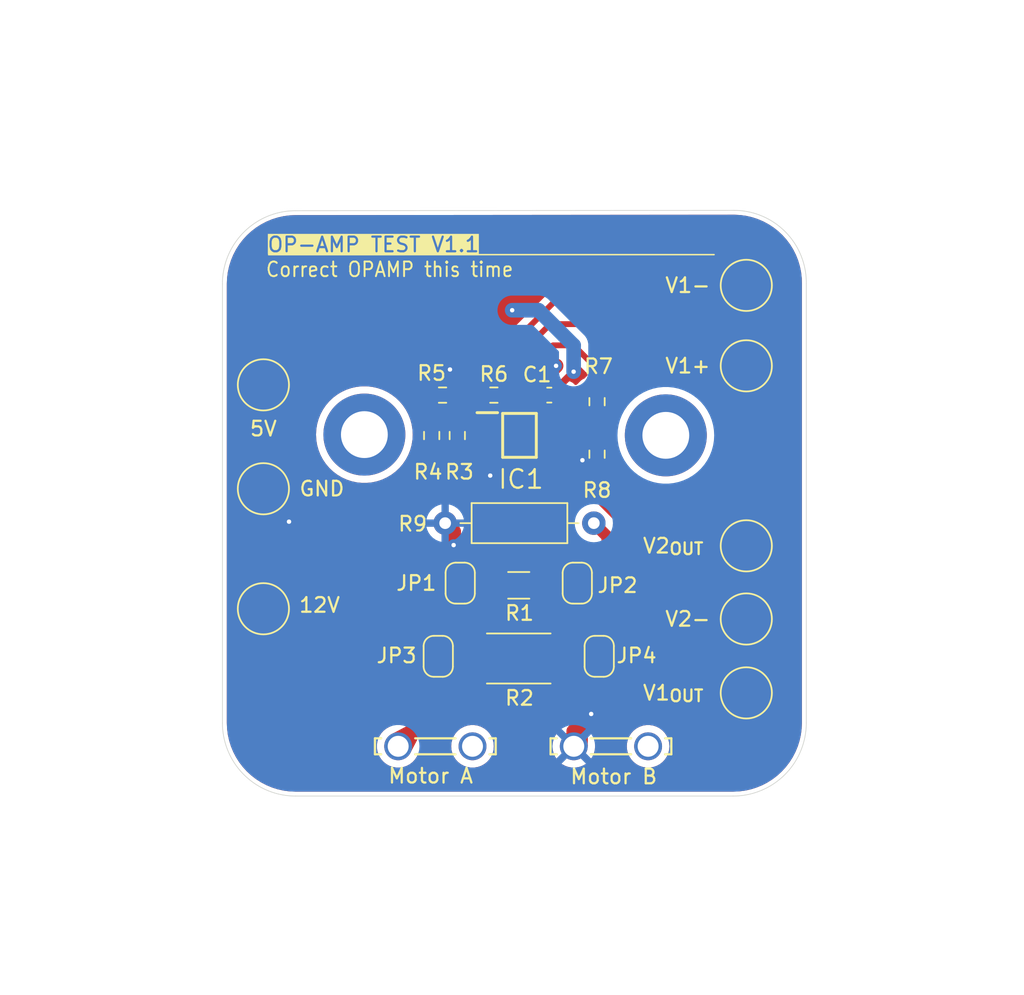
<source format=kicad_pcb>
(kicad_pcb (version 20240108) (generator "pcbnew") (generator_version "8.0")
  (layers (0 "F.Cu" signal) (31 "B.Cu" power) (34 "B.Paste" user) (35 "F.Paste" user) (36 "B.SilkS" user "B.Silkscreen") (37 "F.SilkS" user "F.Silkscreen") (38 "B.Mask" user) (39 "F.Mask" user) (44 "Edge.Cuts" user))
  (net 0 "")
  (net 1 "/V1+")
  (net 2 "/V1-")
  (net 3 "/V1_{OUT}")
  (net 4 "GND")
  (net 5 "/MOTOR_{IN}")
  (net 6 "/V2_{OUT}")
  (net 7 "/V2-")
  (net 8 "/+5V")
  (net 9 "/+12V")
  (net 12 "Net-(JP1-A)")
  (net 13 "Net-(JP2-B)")
  (net 14 "Net-(JP3-A)")
  (footprint "Resistor_SMD:R_0603_1608Metric_Pad0.98x0.95mm_HandSolder" (layer "F.Cu") (at 159.5 75.763224 90)
    (property "Reference" "R4" (at -2.486776 -0.25 0) (layer "F.SilkS") (effects (font (thickness 0.153))))
    (property "Value" "10k")
    (fp_line (start -0.254724 -0.5225) (end 0.254724 -0.5225) (stroke (width 0.12)) (layer "F.SilkS"))
    (fp_line (start -0.254724 0.5225) (end 0.254724 0.5225) (stroke (width 0.12)) (layer "F.SilkS"))
    (pad "1" smd roundrect (at -0.9125 0 90) (size 0.975 0.95) (layers "F.Cu" "F.Paste" "F.Mask") (net 9 "/+12V"))
    (pad "2" smd roundrect (at 0.9125 0 90) (size 0.975 0.95) (layers "F.Cu" "F.Paste" "F.Mask") (net 1 "/V1+"))
  )
  (footprint "Resistor_SMD:R_0603_1608Metric_Pad0.98x0.95mm_HandSolder" (layer "F.Cu") (at 170.8 77.0375 -90)
    (property "Reference" "R8" (at 2.4625 0 180) (layer "F.SilkS") (effects (font (thickness 0.153))))
    (property "Value" "10k")
    (fp_line (start -0.254724 0.5225) (end 0.254724 0.5225) (stroke (width 0.12)) (layer "F.SilkS"))
    (fp_line (start -0.254724 -0.5225) (end 0.254724 -0.5225) (stroke (width 0.12)) (layer "F.SilkS"))
    (pad "1" smd roundrect (at -0.9125 0 270) (size 0.975 0.95) (layers "F.Cu" "F.Paste" "F.Mask") (net 7 "/V2-"))
    (pad "2" smd roundrect (at 0.9125 0 270) (size 0.975 0.95) (layers "F.Cu" "F.Paste" "F.Mask") (net 4 "GND"))
  )
  (footprint "Jumper:SolderJumper-2_P1.3mm_Open_RoundedPad1.0x1.5mm" (layer "F.Cu") (at 170.95 90.85 90)
    (property "Reference" "JP4" (at 0.05 2.55 0) (layer "F.SilkS") (effects (font (thickness 0.153))))
    (property "Value" "SolderJumper_2_Open")
    (fp_line (start -0.7 -1) (end 0.7 -1) (stroke (width 0.12)) (layer "F.SilkS"))
    (fp_line (start 1.4 -0.3) (end 1.4 0.3) (stroke (width 0.12)) (layer "F.SilkS"))
    (fp_line (start -1.4 0.3) (end -1.4 -0.3) (stroke (width 0.12)) (layer "F.SilkS"))
    (fp_line (start 0.7 1) (end -0.7 1) (stroke (width 0.12)) (layer "F.SilkS"))
    (fp_arc (start 0.7 -1) (mid 1.194975 -0.794975) (end 1.4 -0.3) (stroke (width 0.12)) (layer "F.SilkS"))
    (fp_arc (start -1.4 -0.3) (mid -1.194975 -0.794975) (end -0.7 -1) (stroke (width 0.12)) (layer "F.SilkS"))
    (fp_arc (start 1.4 0.3) (mid 1.194975 0.794975) (end 0.7 1) (stroke (width 0.12)) (layer "F.SilkS"))
    (fp_arc (start -0.7 1) (mid -1.194975 0.794975) (end -1.4 0.3) (stroke (width 0.12)) (layer "F.SilkS"))
    (pad "1" smd custom (at -0.65 0 90) (size 1 0.5) (layers "F.Cu" "F.Mask") (net 5 "/MOTOR_{IN}") (options (clearance outline) (anchor rect)) (primitives (gr_circle (center 0 0.25) (end 0.5 0.25) (width 0) (fill yes)) (gr_circle (center 0 -0.25) (end 0.5 -0.25) (width 0) (fill yes)) (gr_poly (pts (xy 0.5 0.75) (xy 0 0.75) (xy 0 -0.75) (xy 0.5 -0.75)) (width 0) (fill yes))))
    (pad "2" smd custom (at 0.65 0 90) (size 1 0.5) (layers "F.Cu" "F.Mask") (net 13 "Net-(JP2-B)") (options (clearance outline) (anchor rect)) (primitives (gr_circle (center 0 0.25) (end 0.5 0.25) (width 0) (fill yes)) (gr_circle (center 0 -0.25) (end 0.5 -0.25) (width 0) (fill yes)) (gr_poly (pts (xy 0 0.75) (xy -0.5 0.75) (xy -0.5 -0.75) (xy 0 -0.75)) (width 0) (fill yes))))
  )
  (footprint "TestPoint:TestPoint_Pad_D3.0mm" (layer "F.Cu") (at 181 65.5)
    (property "Reference" "TP3" (hide yes))
    (property "Value" "V1-" (at -4 0 0) (layer "F.SilkS") (effects (font (thickness 0.153))))
    (fp_circle (center 0 0) (end 0 1.75) (stroke (width 0.12)) (fill none) (layer "F.SilkS"))
    (pad "1" smd circle (at 0 0) (size 3 3) (layers "F.Cu" "F.Mask") (net 2 "/V1-"))
  )
  (footprint "Jumper:SolderJumper-2_P1.3mm_Open_RoundedPad1.0x1.5mm" (layer "F.Cu") (at 161.45 85.85 90)
    (property "Reference" "JP1" (at 0 -3 0) (layer "F.SilkS") (effects (font (thickness 0.153))))
    (property "Value" "SolderJumper_2_Open")
    (fp_line (start -0.7 -1) (end 0.7 -1) (stroke (width 0.12)) (layer "F.SilkS"))
    (fp_line (start 1.4 -0.3) (end 1.4 0.3) (stroke (width 0.12)) (layer "F.SilkS"))
    (fp_line (start -1.4 0.3) (end -1.4 -0.3) (stroke (width 0.12)) (layer "F.SilkS"))
    (fp_line (start 0.7 1) (end -0.7 1) (stroke (width 0.12)) (layer "F.SilkS"))
    (fp_arc (start 0.7 -1) (mid 1.194975 -0.794975) (end 1.4 -0.3) (stroke (width 0.12)) (layer "F.SilkS"))
    (fp_arc (start -1.4 -0.3) (mid -1.194975 -0.794975) (end -0.7 -1) (stroke (width 0.12)) (layer "F.SilkS"))
    (fp_arc (start 1.4 0.3) (mid 1.194975 0.794975) (end 0.7 1) (stroke (width 0.12)) (layer "F.SilkS"))
    (fp_arc (start -0.7 1) (mid -1.194975 0.794975) (end -1.4 0.3) (stroke (width 0.12)) (layer "F.SilkS"))
    (pad "1" smd custom (at -0.65 0 90) (size 1 0.5) (layers "F.Cu" "F.Mask") (net 12 "Net-(JP1-A)") (options (clearance outline) (anchor rect)) (primitives (gr_circle (center 0 0.25) (end 0.5 0.25) (width 0) (fill yes)) (gr_circle (center 0 -0.25) (end 0.5 -0.25) (width 0) (fill yes)) (gr_poly (pts (xy 0.5 0.75) (xy 0 0.75) (xy 0 -0.75) (xy 0.5 -0.75)) (width 0) (fill yes))))
    (pad "2" smd custom (at 0.65 0 90) (size 1 0.5) (layers "F.Cu" "F.Mask") (net 9 "/+12V") (options (clearance outline) (anchor rect)) (primitives (gr_circle (center 0 0.25) (end 0.5 0.25) (width 0) (fill yes)) (gr_circle (center 0 -0.25) (end 0.5 -0.25) (width 0) (fill yes)) (gr_poly (pts (xy 0 0.75) (xy -0.5 0.75) (xy -0.5 -0.75) (xy 0 -0.75)) (width 0) (fill yes))))
  )
  (footprint "Resistor_THT:R_Axial_DIN0207_L6.3mm_D2.5mm_P10.16mm_Horizontal" (layer "F.Cu") (at 170.58 81.75 180)
    (property "Reference" "R9" (at 12.38 -0.05 180) (layer "F.SilkS") (effects (font (thickness 0.153))))
    (property "Value" "R")
    (fp_line (start 9.12 0) (end 8.35 0) (stroke (width 0.12)) (layer "F.SilkS"))
    (fp_line (start 8.35 1.37) (end 8.35 -1.37) (stroke (width 0.12)) (layer "F.SilkS"))
    (fp_line (start 8.35 -1.37) (end 1.81 -1.37) (stroke (width 0.12)) (layer "F.SilkS"))
    (fp_line (start 1.81 1.37) (end 8.35 1.37) (stroke (width 0.12)) (layer "F.SilkS"))
    (fp_line (start 1.81 -1.37) (end 1.81 1.37) (stroke (width 0.12)) (layer "F.SilkS"))
    (fp_line (start 1.04 0) (end 1.81 0) (stroke (width 0.12)) (layer "F.SilkS"))
    (pad "1" thru_hole circle (at 0 0 180) (size 1.6 1.6) (drill 0.8) (layers "*.Cu" "*.Mask") (net 5 "/MOTOR_{IN}"))
    (pad "2" thru_hole oval (at 10.16 0 180) (size 1.6 1.6) (drill 0.8) (layers "*.Cu" "*.Mask") (net 4 "GND"))
  )
  (footprint "MountingHole:MountingHole_3.2mm_M3_DIN965_Pad" (layer "F.Cu") (at 154.9 75.7)
    (property "Reference" "H1" (hide yes))
    (property "Value" "MountingHole_Pad" (hide yes))
    (pad "1" thru_hole circle (at 0 0) (size 5.6 5.6) (drill 3.2) (layers "*.Cu" "*.Mask"))
  )
  (footprint "CustomLibrary:CONN_726386-2_TEC" (layer "F.Cu") (at 169.21 97)
    (property "Reference" "J2" (hide yes))
    (property "Value" "Motor B" (at 2.73 2.07 0) (layer "F.SilkS") (effects (font (thickness 0.153))))
    (fp_circle (center 5.1 0) (end 5.481 0) (stroke (width 0.508)) (fill none) (layer "B.SilkS"))
    (fp_line (start -1.5875 -0.5461) (end -1.5875 0.5461) (stroke (width 0.1524)) (layer "F.SilkS"))
    (fp_line (start -1.5875 0.5461) (end -1.16345 0.5461) (stroke (width 0.1524)) (layer "F.SilkS"))
    (fp_line (start -1.16345 -0.5461) (end -1.5875 -0.5461) (stroke (width 0.1524)) (layer "F.SilkS"))
    (fp_line (start 1.16345 0.5461) (end 3.91655 0.5461) (stroke (width 0.1524)) (layer "F.SilkS"))
    (fp_line (start 3.91655 -0.5461) (end 1.16345 -0.5461) (stroke (width 0.1524)) (layer "F.SilkS"))
    (fp_line (start 6.24345 0.5461) (end 6.6675 0.5461) (stroke (width 0.1524)) (layer "F.SilkS"))
    (fp_line (start 6.6675 -0.5461) (end 6.24345 -0.5461) (stroke (width 0.1524)) (layer "F.SilkS"))
    (fp_line (start 6.6675 0.5461) (end 6.6675 -0.5461) (stroke (width 0.1524)) (layer "F.SilkS"))
    (fp_circle (center 0 0) (end 0.381 0) (stroke (width 0.508)) (fill none) (layer "F.SilkS"))
    (pad "1" thru_hole circle (at 0 0) (size 1.905 1.905) (drill 1.43) (layers "*.Cu" "*.Mask") (net 4 "GND"))
    (pad "2" thru_hole circle (at 5.08 0) (size 1.905 1.905) (drill 1.43) (layers "*.Cu" "*.Mask"))
  )
  (footprint "Resistor_SMD:R_0603_1608Metric_Pad0.98x0.95mm_HandSolder" (layer "F.Cu") (at 160.242713 73 180)
    (property "Reference" "R5" (at 0.75 1.5 0) (layer "F.SilkS") (effects (font (thickness 0.153))))
    (property "Value" "100k")
    (fp_line (start -0.254724 0.5225) (end 0.254724 0.5225) (stroke (width 0.12)) (layer "F.SilkS"))
    (fp_line (start -0.254724 -0.5225) (end 0.254724 -0.5225) (stroke (width 0.12)) (layer "F.SilkS"))
    (pad "1" smd roundrect (at -0.9125 0 180) (size 0.975 0.95) (layers "F.Cu" "F.Paste" "F.Mask") (net 4 "GND"))
    (pad "2" smd roundrect (at 0.9125 0 180) (size 0.975 0.95) (layers "F.Cu" "F.Paste" "F.Mask") (net 1 "/V1+"))
  )
  (footprint "Capacitor_SMD:C_0603_1608Metric_Pad1.08x0.95mm_HandSolder" (layer "F.Cu") (at 167.5375 73 180)
    (property "Reference" "C1" (at 0.8375 1.4 180) (layer "F.SilkS") (effects (font (thickness 0.153))))
    (property "Value" "0.1uF")
    (fp_line (start -0.146267 0.51) (end 0.146267 0.51) (stroke (width 0.12)) (layer "F.SilkS"))
    (fp_line (start -0.146267 -0.51) (end 0.146267 -0.51) (stroke (width 0.12)) (layer "F.SilkS"))
    (pad "1" smd roundrect (at -0.8625 0 180) (size 1.075 0.95) (layers "F.Cu" "F.Paste" "F.Mask") (net 8 "/+5V"))
    (pad "2" smd roundrect (at 0.8625 0 180) (size 1.075 0.95) (layers "F.Cu" "F.Paste" "F.Mask") (net 4 "GND"))
  )
  (footprint "Resistor_SMD:R_0603_1608Metric_Pad0.98x0.95mm_HandSolder" (layer "F.Cu") (at 163.75 73)
    (property "Reference" "R6" (at 0 -1.43 0) (layer "F.SilkS") (effects (font (thickness 0.153))))
    (property "Value" "100k")
    (fp_line (start -0.254724 -0.5225) (end 0.254724 -0.5225) (stroke (width 0.12)) (layer "F.SilkS"))
    (fp_line (start -0.254724 0.5225) (end 0.254724 0.5225) (stroke (width 0.12)) (layer "F.SilkS"))
    (pad "1" smd roundrect (at -0.9125 0) (size 0.975 0.95) (layers "F.Cu" "F.Paste" "F.Mask") (net 2 "/V1-"))
    (pad "2" smd roundrect (at 0.9125 0) (size 0.975 0.95) (layers "F.Cu" "F.Paste" "F.Mask") (net 3 "/V1_{OUT}"))
  )
  (footprint "TestPoint:TestPoint_Pad_D3.0mm" (layer "F.Cu") (at 148 87.6)
    (property "Reference" "TP10" (hide yes))
    (property "Value" "12V" (at 3.84 -0.251297 0) (layer "F.SilkS") (effects (font (thickness 0.153))))
    (fp_circle (center 0 0) (end 0 1.75) (stroke (width 0.12)) (fill none) (layer "F.SilkS"))
    (pad "1" smd circle (at 0 0) (size 3 3) (layers "F.Cu" "F.Mask") (net 9 "/+12V"))
  )
  (footprint "MountingHole:MountingHole_3.2mm_M3_DIN965_Pad" (layer "F.Cu") (at 175.5 75.75)
    (property "Reference" "H2" (hide yes))
    (property "Value" "MountingHole_Pad" (hide yes))
    (pad "1" thru_hole circle (at 0 0) (size 5.6 5.6) (drill 3.2) (layers "*.Cu" "*.Mask"))
  )
  (footprint "Resistor_SMD:R_0603_1608Metric_Pad0.98x0.95mm_HandSolder" (layer "F.Cu") (at 161.25 75.763224 90)
    (property "Reference" "R3" (at -2.486776 0.143454 0) (layer "F.SilkS") (effects (font (thickness 0.153))))
    (property "Value" "10k")
    (fp_line (start -0.254724 -0.5225) (end 0.254724 -0.5225) (stroke (width 0.12)) (layer "F.SilkS"))
    (fp_line (start -0.254724 0.5225) (end 0.254724 0.5225) (stroke (width 0.12)) (layer "F.SilkS"))
    (pad "1" smd roundrect (at -0.9125 0 90) (size 0.975 0.95) (layers "F.Cu" "F.Paste" "F.Mask") (net 13 "Net-(JP2-B)"))
    (pad "2" smd roundrect (at 0.9125 0 90) (size 0.975 0.95) (layers "F.Cu" "F.Paste" "F.Mask") (net 2 "/V1-"))
  )
  (footprint "CustomLibrary:CONN_726386-2_TEC" (layer "F.Cu") (at 157.21 97)
    (property "Reference" "J1" (hide yes))
    (property "Value" "Motor A" (at 2.22 2.02 0) (layer "F.SilkS") (effects (font (thickness 0.153))))
    (fp_circle (center 5.1 0) (end 5.481 0) (stroke (width 0.508)) (fill none) (layer "B.SilkS"))
    (fp_line (start -1.5875 -0.5461) (end -1.5875 0.5461) (stroke (width 0.1524)) (layer "F.SilkS"))
    (fp_line (start -1.5875 0.5461) (end -1.16345 0.5461) (stroke (width 0.1524)) (layer "F.SilkS"))
    (fp_line (start -1.16345 -0.5461) (end -1.5875 -0.5461) (stroke (width 0.1524)) (layer "F.SilkS"))
    (fp_line (start 1.16345 0.5461) (end 3.91655 0.5461) (stroke (width 0.1524)) (layer "F.SilkS"))
    (fp_line (start 3.91655 -0.5461) (end 1.16345 -0.5461) (stroke (width 0.1524)) (layer "F.SilkS"))
    (fp_line (start 6.24345 0.5461) (end 6.6675 0.5461) (stroke (width 0.1524)) (layer "F.SilkS"))
    (fp_line (start 6.6675 -0.5461) (end 6.24345 -0.5461) (stroke (width 0.1524)) (layer "F.SilkS"))
    (fp_line (start 6.6675 0.5461) (end 6.6675 -0.5461) (stroke (width 0.1524)) (layer "F.SilkS"))
    (fp_circle (center 0 0) (end 0.381 0) (stroke (width 0.508)) (fill none) (layer "F.SilkS"))
    (pad "1" thru_hole circle (at 0 0) (size 1.905 1.905) (drill 1.43) (layers "*.Cu" "*.Mask") (net 5 "/MOTOR_{IN}"))
    (pad "2" thru_hole circle (at 5.08 0) (size 1.905 1.905) (drill 1.43) (layers "*.Cu" "*.Mask"))
  )
  (footprint "TestPoint:TestPoint_Pad_D3.0mm" (layer "F.Cu") (at 148 72.3)
    (property "Reference" "TP9" (hide yes))
    (property "Value" "5V" (at 0 3 0) (layer "F.SilkS") (effects (font (thickness 0.153))))
    (fp_circle (center 0 0) (end 0 1.75) (stroke (width 0.12)) (fill none) (layer "F.SilkS"))
    (pad "1" smd circle (at 0 0) (size 3 3) (layers "F.Cu" "F.Mask") (net 8 "/+5V"))
  )
  (footprint "CustomLibrary:SOP65P490X110-8N" (layer "F.Cu") (at 165.5 75.75)
    (property "Reference" "IC1" (at 0.1 3 0) (layer "F.SilkS") (effects (font (size 1.27 1.27) (thickness 0.153))))
    (property "Value" "INA2180A2QDGKRQ1" (hide yes))
    (fp_line (start -2.9 -1.55) (end -1.5 -1.55) (stroke (width 0.2)) (layer "F.SilkS"))
    (fp_line (start -1.15 -1.5) (end 1.15 -1.5) (stroke (width 0.2)) (layer "F.SilkS"))
    (fp_line (start -1.15 1.5) (end -1.15 -1.5) (stroke (width 0.2)) (layer "F.SilkS"))
    (fp_line (start 1.15 -1.5) (end 1.15 1.5) (stroke (width 0.2)) (layer "F.SilkS"))
    (fp_line (start 1.15 1.5) (end -1.15 1.5) (stroke (width 0.2)) (layer "F.SilkS"))
    (pad "1" smd rect (at -2.2 -0.975 90) (size 0.45 1.4) (layers "F.Cu" "F.Paste" "F.Mask") (net 3 "/V1_{OUT}"))
    (pad "2" smd rect (at -2.2 -0.325 90) (size 0.45 1.4) (layers "F.Cu" "F.Paste" "F.Mask") (net 2 "/V1-"))
    (pad "3" smd rect (at -2.2 0.325 90) (size 0.45 1.4) (layers "F.Cu" "F.Paste" "F.Mask") (net 1 "/V1+"))
    (pad "4" smd rect (at -2.2 0.975 90) (size 0.45 1.4) (layers "F.Cu" "F.Paste" "F.Mask") (net 4 "GND"))
    (pad "5" smd rect (at 2.2 0.975 90) (size 0.45 1.4) (layers "F.Cu" "F.Paste" "F.Mask") (net 3 "/V1_{OUT}"))
    (pad "6" smd rect (at 2.2 0.325 90) (size 0.45 1.4) (layers "F.Cu" "F.Paste" "F.Mask") (net 7 "/V2-"))
    (pad "7" smd rect (at 2.2 -0.325 90) (size 0.45 1.4) (layers "F.Cu" "F.Paste" "F.Mask") (net 6 "/V2_{OUT}"))
    (pad "8" smd rect (at 2.2 -0.975 90) (size 0.45 1.4) (layers "F.Cu" "F.Paste" "F.Mask") (net 8 "/+5V"))
  )
  (footprint "Resistor_SMD:R_0603_1608Metric_Pad0.98x0.95mm_HandSolder" (layer "F.Cu") (at 170.8 73.45 -90)
    (property "Reference" "R7" (at -2.4125 -0.1 180) (layer "F.SilkS") (effects (font (thickness 0.153))))
    (property "Value" "100k")
    (fp_line (start -0.254724 0.5225) (end 0.254724 0.5225) (stroke (width 0.12)) (layer "F.SilkS"))
    (fp_line (start -0.254724 -0.5225) (end 0.254724 -0.5225) (stroke (width 0.12)) (layer "F.SilkS"))
    (pad "1" smd roundrect (at -0.9125 0 270) (size 0.975 0.95) (layers "F.Cu" "F.Paste" "F.Mask") (net 6 "/V2_{OUT}"))
    (pad "2" smd roundrect (at 0.9125 0 270) (size 0.975 0.95) (layers "F.Cu" "F.Paste" "F.Mask") (net 7 "/V2-"))
  )
  (footprint "TestPoint:TestPoint_Pad_D3.0mm" (layer "F.Cu") (at 148 79.4)
    (property "Reference" "TP11" (hide yes))
    (property "Value" "GND" (at 4 0 0) (layer "F.SilkS") (effects (font (thickness 0.153))))
    (fp_circle (center 0 0) (end 0 1.75) (stroke (width 0.12)) (fill none) (layer "F.SilkS"))
    (pad "1" smd circle (at 0 0) (size 3 3) (layers "F.Cu" "F.Mask") (net 4 "GND"))
  )
  (footprint "Jumper:SolderJumper-2_P1.3mm_Open_RoundedPad1.0x1.5mm" (layer "F.Cu") (at 169.45 85.85 90)
    (property "Reference" "JP2" (at -0.15 2.75 0) (layer "F.SilkS") (effects (font (thickness 0.153))))
    (property "Value" "SolderJumper_2_Open")
    (fp_line (start -0.7 -1) (end 0.7 -1) (stroke (width 0.12)) (layer "F.SilkS"))
    (fp_line (start 1.4 -0.3) (end 1.4 0.3) (stroke (width 0.12)) (layer "F.SilkS"))
    (fp_line (start -1.4 0.3) (end -1.4 -0.3) (stroke (width 0.12)) (layer "F.SilkS"))
    (fp_line (start 0.7 1) (end -0.7 1) (stroke (width 0.12)) (layer "F.SilkS"))
    (fp_arc (start 0.7 -1) (mid 1.194975 -0.794975) (end 1.4 -0.3) (stroke (width 0.12)) (layer "F.SilkS"))
    (fp_arc (start -1.4 -0.3) (mid -1.194975 -0.794975) (end -0.7 -1) (stroke (width 0.12)) (layer "F.SilkS"))
    (fp_arc (start 1.4 0.3) (mid 1.194975 0.794975) (end 0.7 1) (stroke (width 0.12)) (layer "F.SilkS"))
    (fp_arc (start -0.7 1) (mid -1.194975 0.794975) (end -1.4 0.3) (stroke (width 0.12)) (layer "F.SilkS"))
    (pad "1" smd custom (at -0.65 0 90) (size 1 0.5) (layers "F.Cu" "F.Mask") (net 5 "/MOTOR_{IN}") (options (clearance outline) (anchor rect)) (primitives (gr_circle (center 0 0.25) (end 0.5 0.25) (width 0) (fill yes)) (gr_circle (center 0 -0.25) (end 0.5 -0.25) (width 0) (fill yes)) (gr_poly (pts (xy 0.5 0.75) (xy 0 0.75) (xy 0 -0.75) (xy 0.5 -0.75)) (width 0) (fill yes))))
    (pad "2" smd custom (at 0.65 0 90) (size 1 0.5) (layers "F.Cu" "F.Mask") (net 13 "Net-(JP2-B)") (options (clearance outline) (anchor rect)) (primitives (gr_circle (center 0 0.25) (end 0.5 0.25) (width 0) (fill yes)) (gr_circle (center 0 -0.25) (end 0.5 -0.25) (width 0) (fill yes)) (gr_poly (pts (xy 0 0.75) (xy -0.5 0.75) (xy -0.5 -0.75) (xy 0 -0.75)) (width 0) (fill yes))))
  )
  (footprint "TestPoint:TestPoint_Pad_D3.0mm" (layer "F.Cu") (at 181 71)
    (property "Reference" "TP4" (hide yes))
    (property "Value" "V1+" (at -4 0 0) (layer "F.SilkS") (effects (font (thickness 0.153))))
    (fp_circle (center 0 0) (end 0 1.75) (stroke (width 0.12)) (fill none) (layer "F.SilkS"))
    (pad "1" smd circle (at 0 0) (size 3 3) (layers "F.Cu" "F.Mask") (net 1 "/V1+"))
  )
  (footprint "TestPoint:TestPoint_Pad_D3.0mm" (layer "F.Cu") (at 181 93.35)
    (property "Reference" "TP5" (hide yes))
    (property "Value" "V1_{OUT}" (at -5 0 0) (layer "F.SilkS") (effects (font (thickness 0.153))))
    (fp_circle (center 0 0) (end 0 1.75) (stroke (width 0.12)) (fill none) (layer "F.SilkS"))
    (pad "1" smd circle (at 0 0) (size 3 3) (layers "F.Cu" "F.Mask") (net 3 "/V1_{OUT}"))
  )
  (footprint "TestPoint:TestPoint_Pad_D3.0mm" (layer "F.Cu") (at 181 83.3)
    (property "Reference" "TP8" (hide yes))
    (property "Value" "V2_{OUT}" (at -5 0 0) (layer "F.SilkS") (effects (font (thickness 0.153))))
    (fp_circle (center 0 0) (end 0 1.75) (stroke (width 0.12)) (fill none) (layer "F.SilkS"))
    (pad "1" smd circle (at 0 0) (size 3 3) (layers "F.Cu" "F.Mask") (net 6 "/V2_{OUT}"))
  )
  (footprint "Resistor_SMD:R_2512_6332Metric_Pad1.40x3.35mm_HandSolder" (layer "F.Cu") (at 165.45 91 180)
    (property "Reference" "R2" (at -0.05 -2.7 180) (layer "F.SilkS") (effects (font (thickness 0.153))))
    (property "Value" "1m")
    (fp_line (start -2.177064 1.71) (end 2.177064 1.71) (stroke (width 0.12)) (layer "F.SilkS"))
    (fp_line (start -2.177064 -1.71) (end 2.177064 -1.71) (stroke (width 0.12)) (layer "F.SilkS"))
    (pad "1" smd roundrect (at -3.05 0 180) (size 1.4 3.35) (layers "F.Cu" "F.Paste" "F.Mask") (roundrect_rratio 0.178571) (net 13 "Net-(JP2-B)"))
    (pad "2" smd roundrect (at 3.05 0 180) (size 1.4 3.35) (layers "F.Cu" "F.Paste" "F.Mask") (roundrect_rratio 0.178571) (net 14 "Net-(JP3-A)"))
  )
  (footprint "Resistor_SMD:R_1206_3216Metric_Pad1.30x1.75mm_HandSolder" (layer "F.Cu") (at 165.45 86 180)
    (property "Reference" "R1" (at -0.05 -1.9 180) (layer "F.SilkS") (effects (font (thickness 0.153))))
    (property "Value" "10m")
    (fp_line (start -0.727064 0.91) (end 0.727064 0.91) (stroke (width 0.12)) (layer "F.SilkS"))
    (fp_line (start -0.727064 -0.91) (end 0.727064 -0.91) (stroke (width 0.12)) (layer "F.SilkS"))
    (pad "1" smd roundrect (at -1.55 0 180) (size 1.3 1.75) (layers "F.Cu" "F.Paste" "F.Mask") (roundrect_rratio 0.192308) (net 13 "Net-(JP2-B)"))
    (pad "2" smd roundrect (at 1.55 0 180) (size 1.3 1.75) (layers "F.Cu" "F.Paste" "F.Mask") (roundrect_rratio 0.192308) (net 12 "Net-(JP1-A)"))
  )
  (footprint "Jumper:SolderJumper-2_P1.3mm_Open_RoundedPad1.0x1.5mm" (layer "F.Cu") (at 159.95 90.85 90)
    (property "Reference" "JP3" (at 0.05 -2.85 0) (layer "F.SilkS") (effects (font (thickness 0.153))))
    (property "Value" "SolderJumper_2_Open")
    (fp_line (start -0.7 -1) (end 0.7 -1) (stroke (width 0.12)) (layer "F.SilkS"))
    (fp_line (start 1.4 -0.3) (end 1.4 0.3) (stroke (width 0.12)) (layer "F.SilkS"))
    (fp_line (start -1.4 0.3) (end -1.4 -0.3) (stroke (width 0.12)) (layer "F.SilkS"))
    (fp_line (start 0.7 1) (end -0.7 1) (stroke (width 0.12)) (layer "F.SilkS"))
    (fp_arc (start 0.7 -1) (mid 1.194975 -0.794975) (end 1.4 -0.3) (stroke (width 0.12)) (layer "F.SilkS"))
    (fp_arc (start -1.4 -0.3) (mid -1.194975 -0.794975) (end -0.7 -1) (stroke (width 0.12)) (layer "F.SilkS"))
    (fp_arc (start 1.4 0.3) (mid 1.194975 0.794975) (end 0.7 1) (stroke (width 0.12)) (layer "F.SilkS"))
    (fp_arc (start -0.7 1) (mid -1.194975 0.794975) (end -1.4 0.3) (stroke (width 0.12)) (layer "F.SilkS"))
    (pad "1" smd custom (at -0.65 0 90) (size 1 0.5) (layers "F.Cu" "F.Mask") (net 14 "Net-(JP3-A)") (options (clearance outline) (anchor rect)) (primitives (gr_circle (center 0 0.25) (end 0.5 0.25) (width 0) (fill yes)) (gr_circle (center 0 -0.25) (end 0.5 -0.25) (width 0) (fill yes)) (gr_poly (pts (xy 0.5 0.75) (xy 0 0.75) (xy 0 -0.75) (xy 0.5 -0.75)) (width 0) (fill yes))))
    (pad "2" smd custom (at 0.65 0 90) (size 1 0.5) (layers "F.Cu" "F.Mask") (net 9 "/+12V") (options (clearance outline) (anchor rect)) (primitives (gr_circle (center 0 0.25) (end 0.5 0.25) (width 0) (fill yes)) (gr_circle (center 0 -0.25) (end 0.5 -0.25) (width 0) (fill yes)) (gr_poly (pts (xy 0 0.75) (xy -0.5 0.75) (xy -0.5 -0.75) (xy 0 -0.75)) (width 0) (fill yes))))
  )
  (footprint "TestPoint:TestPoint_Pad_D3.0mm" (layer "F.Cu") (at 181 88.3)
    (property "Reference" "TP6" (hide yes))
    (property "Value" "V2-" (at -4 0 0) (layer "F.SilkS") (effects (font (thickness 0.153))))
    (fp_circle (center 0 0) (end 0 1.75) (stroke (width 0.12)) (fill none) (layer "F.SilkS"))
    (pad "1" smd circle (at 0 0) (size 3 3) (layers "F.Cu" "F.Mask") (net 7 "/V2-"))
  )
  (gr_line (start 178.8 63.4) (end 148.355666 63.402909) (stroke (width 0.1)) (layer "F.SilkS"))
  (gr_line (start 185.1 95.4) (end 185.1 65.4) (stroke (width 0.05)) (layer "Edge.Cuts"))
  (gr_arc (start 150.2 100.4) (mid 146.664466 98.935534) (end 145.2 95.4) (stroke (width 0.05)) (layer "Edge.Cuts"))
  (gr_line (start 180.187005 60.374401) (end 150.2 60.4) (stroke (width 0.05)) (layer "Edge.Cuts"))
  (gr_arc (start 185.1 95.4) (mid 183.635534 98.935534) (end 180.1 100.4) (stroke (width 0.05)) (layer "Edge.Cuts"))
  (gr_arc (start 180.187005 60.374401) (mid 183.690559 61.863604) (end 185.1 65.4) (stroke (width 0.05)) (layer "Edge.Cuts"))
  (gr_arc (start 145.2 65.4) (mid 146.664466 61.864466) (end 150.2 60.4) (stroke (width 0.05)) (layer "Edge.Cuts"))
  (gr_line (start 145.2 65.4) (end 145.2 95.4) (stroke (width 0.05)) (layer "Edge.Cuts"))
  (gr_line (start 150.2 100.4) (end 180.1 100.4) (stroke (width 0.05)) (layer "Edge.Cuts"))
  (gr_text "OP-AMP TEST V1.1" (at 148.2 63.3 0) (layer "F.SilkS" knockout) (effects (font (size 1 1) (thickness 0.153) (bold yes)) (justify left bottom)))
  (gr_text "Correct OPAMP this time" (at 148.1 65 0) (layer "F.SilkS") (effects (font (size 1 0.9) (thickness 0.13)) (justify left bottom)))
  (segment (start 169.2 69.6) (end 170.6 71) (width 0.4) (layer "F.Cu") (net 1))
  (segment (start 163.3 76.075) (end 164.325 76.075) (width 0.4) (layer "F.Cu") (net 1))
  (segment (start 159.330213 74.680937) (end 159.5 74.850724) (width 0.4) (layer "F.Cu") (net 1))
  (segment (start 165.6 71.8) (end 167.8 69.6) (width 0.4) (layer "F.Cu") (net 1))
  (segment (start 162.075 76.075) (end 163.3 76.075) (width 0.4) (layer "F.Cu") (net 1))
  (segment (start 159.330213 73) (end 159.330213 74.680937) (width 0.4) (layer "F.Cu") (net 1))
  (segment (start 165.6 74.8) (end 165.6 71.8) (width 0.4) (layer "F.Cu") (net 1))
  (segment (start 159.5 75) (end 160.25 75.75) (width 0.4) (layer "F.Cu") (net 1))
  (segment (start 164.325 76.075) (end 165.6 74.8) (width 0.4) (layer "F.Cu") (net 1))
  (segment (start 159.5 74.850724) (end 159.5 75) (width 0.4) (layer "F.Cu") (net 1))
  (segment (start 160.25 75.75) (end 161.75 75.75) (width 0.4) (layer "F.Cu") (net 1))
  (segment (start 161.75 75.75) (end 162.075 76.075) (width 0.4) (layer "F.Cu") (net 1))
  (segment (start 167.8 69.6) (end 169.2 69.6) (width 0.4) (layer "F.Cu") (net 1))
  (segment (start 170.6 71) (end 181 71) (width 0.4) (layer "F.Cu") (net 1))
  (segment (start 169 65.5) (end 181 65.5) (width 0.4) (layer "F.Cu") (net 2))
  (segment (start 163.75 70.75) (end 169 65.5) (width 0.4) (layer "F.Cu") (net 2))
  (segment (start 163.75 72.0875) (end 163.75 70.75) (width 0.4) (layer "F.Cu") (net 2))
  (segment (start 161.399276 74.850724) (end 162 74.25) (width 0.4) (layer "F.Cu") (net 2))
  (segment (start 161.25 74.850724) (end 161.699252 74.850724) (width 0.4) (layer "F.Cu") (net 2))
  (segment (start 161.699252 74.850724) (end 162.273528 75.425) (width 0.4) (layer "F.Cu") (net 2))
  (segment (start 162.8375 73) (end 163.75 72.0875) (width 0.4) (layer "F.Cu") (net 2))
  (segment (start 162 73.8375) (end 162.8375 73) (width 0.4) (layer "F.Cu") (net 2))
  (segment (start 162.273528 75.425) (end 163.3 75.425) (width 0.4) (layer "F.Cu") (net 2))
  (segment (start 162 74.25) (end 162 73.8375) (width 0.4) (layer "F.Cu") (net 2))
  (segment (start 161.25 74.850724) (end 161.399276 74.850724) (width 0.4) (layer "F.Cu") (net 2))
  (segment (start 183.46 92.14) (end 182.25 93.35) (width 0.4) (layer "F.Cu") (net 3))
  (segment (start 164.6625 74.0875) (end 164.6625 73) (width 0.4) (layer "F.Cu") (net 3))
  (segment (start 183.46 69.61) (end 183.46 92.14) (width 0.4) (layer "F.Cu") (net 3))
  (segment (start 174.5 83.8) (end 167.7 77) (width 0.4) (layer "F.Cu") (net 3))
  (segment (start 163.3 74.775) (end 163.975 74.775) (width 0.4) (layer "F.Cu") (net 3))
  (segment (start 174.5 90.2) (end 174.5 83.8) (width 0.4) (layer "F.Cu") (net 3))
  (segment (start 167.7 77) (end 167.7 76.725) (width 0.4) (layer "F.Cu") (net 3))
  (segment (start 182 68.15) (end 183.46 69.61) (width 0.4) (layer "F.Cu") (net 3))
  (segment (start 167.675 76.75) (end 167.7 76.725) (width 0.4) (layer "F.Cu") (net 3))
  (segment (start 164.6625 73) (end 164.6625 71.0875) (width 0.4) (layer "F.Cu") (net 3))
  (segment (start 182.25 93.35) (end 181 93.35) (width 0.4) (layer "F.Cu") (net 3))
  (segment (start 164.6625 71.0875) (end 167.6 68.15) (width 0.4) (layer "F.Cu") (net 3))
  (segment (start 181 93.35) (end 177.65 93.35) (width 0.4) (layer "F.Cu") (net 3))
  (segment (start 177.65 93.35) (end 174.5 90.2) (width 0.4) (layer "F.Cu") (net 3))
  (segment (start 167.6 68.15) (end 182 68.15) (width 0.4) (layer "F.Cu") (net 3))
  (segment (start 163.975 74.775) (end 164.6625 74.0875) (width 0.4) (layer "F.Cu") (net 3))
  (segment (start 149.75 81.65) (end 148 79.9) (width 1) (layer "F.Cu") (net 4))
  (segment (start 148 79.9) (end 148 79.4) (width 1) (layer "F.Cu") (net 4))
  (segment (start 169.8 77.45) (end 170.3 77.95) (width 1) (layer "F.Cu") (net 4))
  (segment (start 163.5 77.2) (end 163.3 77) (width 1) (layer "F.Cu") (net 4))
  (segment (start 169.21 95.98) (end 169.21 97) (width 1) (layer "F.Cu") (net 4))
  (segment (start 160.75 72.594787) (end 161.155213 73) (width 1) (layer "F.Cu") (net 4))
  (segment (start 163.5 78.5) (end 163.5 77.2) (width 1) (layer "F.Cu") (net 4))
  (segment (start 170.4 94.79) (end 169.21 95.98) (width 1) (layer "F.Cu") (net 4))
  (segment (start 161 82.33) (end 160.42 81.75) (width 1) (layer "F.Cu") (net 4))
  (segment (start 168 71) (end 166.675 72.325) (width 1) (layer "F.Cu") (net 4))
  (segment (start 166.675 72.325) (end 166.675 73) (width 1) (layer "F.Cu") (net 4))
  (segment (start 170.3 77.95) (end 170.8 77.95) (width 1) (layer "F.Cu") (net 4))
  (segment (start 161 83.25) (end 161 82.33) (width 1) (layer "F.Cu") (net 4))
  (segment (start 160.75 71.250462) (end 160.75 72.594787) (width 1) (layer "F.Cu") (net 4))
  (via (at 161 83.25) (size 0.8) (drill 0.3) (layers "F.Cu" "B.Cu") (net 4))
  (via (at 169.8 77.45) (size 0.8) (drill 0.3) (layers "F.Cu" "B.Cu") (net 4))
  (via (at 149.75 81.65) (size 0.8) (drill 0.3) (layers "F.Cu" "B.Cu") (net 4))
  (via (at 160.75 71.250462) (size 0.8) (drill 0.3) (layers "F.Cu" "B.Cu") (net 4))
  (via (at 163.5 78.5) (size 0.8) (drill 0.3) (layers "F.Cu" "B.Cu") (net 4))
  (via (at 170.4 94.79) (size 0.8) (drill 0.3) (layers "F.Cu" "B.Cu") (net 4))
  (via (at 168 71) (size 0.8) (drill 0.3) (layers "F.Cu" "B.Cu") (net 4))
  (segment (start 170.95 92.54) (end 170.95 91.5) (width 0.8) (layer "F.Cu") (net 5))
  (segment (start 172.96 87.71) (end 172.96 90.81) (width 0.8) (layer "F.Cu") (net 5))
  (segment (start 169.45 86.5) (end 170.5 86.5) (width 0.8) (layer "F.Cu") (net 5))
  (segment (start 157.21 97) (end 160.6 93.61) (width 0.8) (layer "F.Cu") (net 5))
  (segment (start 171.5 82.67) (end 170.58 81.75) (width 0.8) (layer "F.Cu") (net 5))
  (segment (start 172.27 91.5) (end 170.95 91.5) (width 0.8) (layer "F.Cu") (net 5))
  (segment (start 171.75 86.5) (end 172.96 87.71) (width 0.8) (layer "F.Cu") (net 5))
  (segment (start 170.5 86.5) (end 171.5 85.5) (width 0.8) (layer "F.Cu") (net 5))
  (segment (start 171.5 85.5) (end 171.5 82.67) (width 0.8) (layer "F.Cu") (net 5))
  (segment (start 169.88 93.61) (end 170.95 92.54) (width 0.8) (layer "F.Cu") (net 5))
  (segment (start 169.45 86.5) (end 171.75 86.5) (width 0.8) (layer "F.Cu") (net 5))
  (segment (start 172.96 90.81) (end 172.27 91.5) (width 0.8) (layer "F.Cu") (net 5))
  (segment (start 160.6 93.61) (end 169.88 93.61) (width 0.8) (layer "F.Cu") (net 5))
  (segment (start 173.7 71.9) (end 177.5 71.9) (width 0.4) (layer "F.Cu") (net 6))
  (segment (start 169.6 73.1) (end 170.1625 72.5375) (width 0.4) (layer "F.Cu") (net 6))
  (segment (start 172.6 73) (end 173.7 71.9) (width 0.4) (layer "F.Cu") (net 6))
  (segment (start 177.5 71.9) (end 181 75.4) (width 0.4) (layer "F.Cu") (net 6))
  (segment (start 181 75.4) (end 181 83.3) (width 0.4) (layer "F.Cu") (net 6))
  (segment (start 167.7 75.425) (end 168.875 75.425) (width 0.4) (layer "F.Cu") (net 6))
  (segment (start 171.2625 73) (end 172.6 73) (width 0.4) (layer "F.Cu") (net 6))
  (segment (start 168.875 75.425) (end 169.6 74.7) (width 0.4) (layer "F.Cu") (net 6))
  (segment (start 170.8 72.5375) (end 171.2625 73) (width 0.4) (layer "F.Cu") (net 6))
  (segment (start 170.1625 72.5375) (end 170.8 72.5375) (width 0.4) (layer "F.Cu") (net 6))
  (segment (start 169.6 74.7) (end 169.6 73.1) (width 0.4) (layer "F.Cu") (net 6))
  (segment (start 177.6 88.3) (end 181 88.3) (width 0.4) (layer "F.Cu") (net 7))
  (segment (start 170.8 76.125) (end 170.8 76.2) (width 0.4) (layer "F.Cu") (net 7))
  (segment (start 181.06 88.86) (end 181 88.8) (width 0.4) (layer "F.Cu") (net 7))
  (segment (start 170.8 74.3625) (end 170.8 76.125) (width 0.4) (layer "F.Cu") (net 7))
  (segment (start 170.8 76.125) (end 172.5 77.825) (width 0.4) (layer "F.Cu") (net 7))
  (segment (start 172.5 79.5) (end 176.2 83.2) (width 0.4) (layer "F.Cu") (net 7))
  (segment (start 176.2 83.2) (end 176.2 86.9) (width 0.4) (layer "F.Cu") (net 7))
  (segment (start 167.7 76.075) (end 170.75 76.075) (width 0.4) (layer "F.Cu") (net 7))
  (segment (start 170.75 76.075) (end 170.8 76.125) (width 0.4) (layer "F.Cu") (net 7))
  (segment (start 176.2 86.9) (end 177.6 88.3) (width 0.4) (layer "F.Cu") (net 7))
  (segment (start 172.5 77.825) (end 172.5 79.5) (width 0.4) (layer "F.Cu") (net 7))
  (segment (start 168.4 73) (end 168.4 74.05) (width 0.5) (layer "F.Cu") (net 8))
  (segment (start 168.4 72.2) (end 168.4 73) (width 0.5) (layer "F.Cu") (net 8))
  (segment (start 168.4 74.05) (end 167.7 74.75) (width 0.5) (layer "F.Cu") (net 8))
  (segment (start 169.2 71.4) (end 168.4 72.2) (width 0.5) (layer "F.Cu") (net 8))
  (via (at 165 67.2) (size 0.8) (drill 0.3) (layers "F.Cu" "B.Cu") (net 8))
  (via (at 169.2 71.4) (size 0.8) (drill 0.3) (layers "F.Cu" "B.Cu") (net 8))
  (segment (start 169.2 69.6) (end 166.8 67.2) (width 1) (layer "B.Cu") (net 8))
  (segment (start 169.2 71.4) (end 169.2 69.6) (width 1) (layer "B.Cu") (net 8))
  (segment (start 166.8 67.2) (end 165 67.2) (width 1) (layer "B.Cu") (net 8))
  (segment (start 157.007406 88.492594) (end 157.007406 85.2) (width 0.8) (layer "F.Cu") (net 9))
  (segment (start 148 87) (end 148 87.6) (width 0.8) (layer "F.Cu") (net 9))
  (segment (start 154.528703 82.721297) (end 159.5 77.75) (width 0.8) (layer "F.Cu") (net 9))
  (segment (start 154.528703 82.721297) (end 157.007406 85.2) (width 0.8) (layer "F.Cu") (net 9))
  (segment (start 159.5 77.75) (end 159.5 76.675724) (width 0.8) (layer "F.Cu") (net 9))
  (segment (start 157.007406 85.2) (end 161.45 85.2) (width 0.8) (layer "F.Cu") (net 9))
  (segment (start 154.528703 82.721297) (end 152.278703 82.721297) (width 0.8) (layer "F.Cu") (net 9))
  (segment (start 157 88.5) (end 157.007406 88.492594) (width 0.8) (layer "F.Cu") (net 9))
  (segment (start 152.278703 82.721297) (end 148 87) (width 0.8) (layer "F.Cu") (net 9))
  (segment (start 158.7 90.2) (end 157.007406 88.507406) (width 0.8) (layer "F.Cu") (net 9))
  (segment (start 157 88.5) (end 157.007406 88.507406) (width 0.8) (layer "F.Cu") (net 9))
  (segment (start 159.95 90.2) (end 158.7 90.2) (width 0.8) (layer "F.Cu") (net 9))
  (segment (start 161.45 86.5) (end 163.4 86.5) (width 0.4) (layer "F.Cu") (net 12))
  (segment (start 163.4 86.5) (end 163.9 86) (width 0.4) (layer "F.Cu") (net 12))
  (segment (start 167 86) (end 167.8 85.2) (width 0.4) (layer "F.Cu") (net 13))
  (segment (start 167 86) (end 167 86.475) (width 0.4) (layer "F.Cu") (net 13))
  (segment (start 167 86.475) (end 170.725 90.2) (width 0.4) (layer "F.Cu") (net 13))
  (segment (start 161.25 78.25) (end 161.25 76.675724) (width 0.4) (layer "F.Cu") (net 13))
  (segment (start 167.8 85.2) (end 169.45 85.2) (width 0.4) (layer "F.Cu") (net 13))
  (segment (start 170.725 90.2) (end 170.95 90.2) (width 0.4) (layer "F.Cu") (net 13))
  (segment (start 167 86) (end 167 84) (width 0.4) (layer "F.Cu") (net 13))
  (segment (start 168.5 91) (end 169.3 90.2) (width 0.4) (layer "F.Cu") (net 13))
  (segment (start 167 84) (end 161.25 78.25) (width 0.4) (layer "F.Cu") (net 13))
  (segment (start 169.3 90.2) (end 170.95 90.2) (width 0.4) (layer "F.Cu") (net 13))
  (segment (start 159.95 91.5) (end 161.9 91.5) (width 0.4) (layer "F.Cu") (net 14))
  (segment (start 161.9 91.5) (end 162.4 91) (width 0.4) (layer "F.Cu") (net 14))
  (zone (net 8) (net_name "/+5V") (layer "F.Cu") (priority 1) (connect_pads (clearance 0.5)) (min_thickness 0.25) (fill yes (thermal_gap 0.5) (thermal_bridge_width 0.5))
    (polygon (pts (xy 130 46) (xy 200 46) (xy 200 114) (xy 130 114)))
  )
  (zone (net 4) (net_name "GND") (layer "B.Cu") (connect_pads (clearance 0.5)) (min_thickness 0.25) (fill yes (thermal_gap 0.5) (thermal_bridge_width 0.5))
    (polygon (pts (xy 136 52) (xy 195 52) (xy 195 106) (xy 136 106)))
  )
)
</source>
